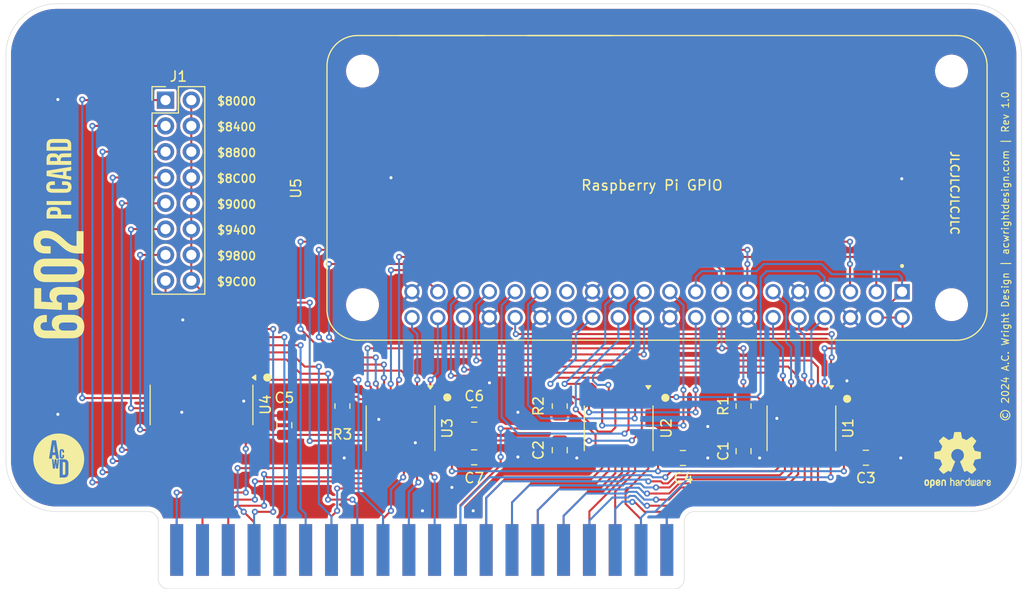
<source format=kicad_pcb>
(kicad_pcb (version 20241229) (generator "pcbnew") (generator_version "9.0")
  (title_block (title "6502 Pi Card") (date "2024-06-12") (rev "1.0") (company "A.C. Wright Design"))
  (layers (0 "F.Cu" signal) (2 "B.Cu" signal) (13 "F.Paste" user) (15 "B.Paste" user) (5 "F.SilkS" user "F.Silkscreen") (7 "B.SilkS" user "B.Silkscreen") (1 "F.Mask" user) (3 "B.Mask" user) (25 "Edge.Cuts" user))
  (net 0 "")
  (net 1 "GND")
  (net 2 "3V3")
  (net 3 "VCC")
  (net 4 "IRQB")
  (net 5 "NMIB")
  (net 6 "D2")
  (net 7 "A2")
  (net 8 "RESB")
  (net 9 "A9")
  (net 11 "A6")
  (net 12 "A1")
  (net 13 "RWB")
  (net 14 "A15")
  (net 15 "D0")
  (net 17 "A12")
  (net 20 "OE2_3V3")
  (net 21 "A0")
  (net 22 "A11")
  (net 23 "D1")
  (net 25 "A7")
  (net 26 "PHI2")
  (net 27 "D5")
  (net 28 "A14")
  (net 29 "A4")
  (net 30 "A3")
  (net 31 "D7")
  (net 32 "A8")
  (net 33 "A13")
  (net 34 "A10")
  (net 36 "D4")
  (net 37 "A5")
  (net 38 "D3")
  (net 39 "D6")
  (net 40 "OE1_3V3")
  (net 41 "A4_3V3")
  (net 42 "A6_3V3")
  (net 43 "A1_3V3")
  (net 44 "A2_3V3")
  (net 45 "A0_3V3")
  (net 46 "A3_3V3")
  (net 47 "A5_3V3")
  (net 48 "A7_3V3")
  (net 49 "D4_3V3")
  (net 50 "D1_3V3")
  (net 51 "D0_3V3")
  (net 52 "D5_3V3")
  (net 53 "D7_3V3")
  (net 54 "D2_3V3")
  (net 55 "D3_3V3")
  (net 56 "D6_3V3")
  (net 57 "A8_3V3")
  (net 58 "PHI2_3V3")
  (net 59 "A9_3V3")
  (net 60 "NMIB_3V3")
  (net 61 "IRQB_3V3")
  (net 62 "CSB")
  (net 63 "CSB_3V3")
  (net 64 "RWB_3V3")
  (net 65 "RESB_3V3")
  (net 66 "/$8400")
  (net 67 "/$9800")
  (net 68 "/$9400")
  (net 69 "/$8C00")
  (net 70 "/$9000")
  (net 71 "/$8800")
  (net 72 "/$8000")
  (net 73 "/$9C00")
  (footprint "Symbol:OSHW-Logo2_7.3x6mm_SilkScreen" (layer "F.Cu") (at 194.3 115.3)
    (property "Reference" "REF**" (hide yes))
    (property "Value" "OSHW-Logo2_7.3x6mm_SilkScreen" (hide yes))
  )
  (footprint "6502 Parts:Raspberry Pi Zero" (layer "F.Cu") (at 164.7 88.5 180)
    (property "Reference" "U5")
    (property "Value" "Raspberry Pi GPIO")
  )
  (footprint "Package_SO:TSSOP-20_4.4x6.5mm_P0.65mm" (layer "F.Cu") (at 160.92 112.175 -90)
    (property "Reference" "U2")
    (property "Value" "TXS0108EPW" (hide yes))
  )
  (footprint "Resistor_SMD:R_0805_2012Metric" (layer "F.Cu") (at 133.72 109.9875 -90)
    (property "Reference" "R3")
    (property "Value" "100K" (hide yes))
  )
  (footprint "Resistor_SMD:R_0805_2012Metric" (layer "F.Cu") (at 173.22 109.9875 -90)
    (property "Reference" "R1")
    (property "Value" "100K" (hide yes))
  )
  (footprint "Capacitor_SMD:C_0805_2012Metric" (layer "F.Cu") (at 155.12 114.325 -90)
    (property "Reference" "C2")
    (property "Value" "100nF" (hide yes))
  )
  (footprint "Resistor_SMD:R_0805_2012Metric" (layer "F.Cu") (at 155.12 109.9875 -90)
    (property "Reference" "R2")
    (property "Value" "100K" (hide yes))
  )
  (footprint "Package_SO:SOIC-16_3.9x9.9mm_P1.27mm" (layer "F.Cu") (at 119.845 109.875 -90)
    (property "Reference" "U4")
    (property "Value" "74HC138" (hide yes))
  )
  (footprint "Package_SO:TSSOP-20_4.4x6.5mm_P0.65mm" (layer "F.Cu") (at 178.92 112.175 -90)
    (property "Reference" "U1")
    (property "Value" "TXS0108EPW" (hide yes))
  )
  (footprint "Capacitor_SMD:C_0805_2012Metric" (layer "F.Cu") (at 185.27 115.075 180)
    (property "Reference" "C3")
    (property "Value" "100nF" (hide yes))
  )
  (footprint "Connector_PinHeader_2.54mm:PinHeader_2x08_P2.54mm_Vertical" (layer "F.Cu") (at 116.3 79.86)
    (property "Reference" "J1")
    (property "Value" "Conn_02x08_Odd_Even" (hide yes))
  )
  (footprint "A.C. Wright Logo:A.C. Wright Logo 5mm" (layer "F.Cu") (at 105.7841 115.1946)
    (property "Reference" "G***" (hide yes))
    (property "Value" "LOGO" (hide yes))
  )
  (footprint "Capacitor_SMD:C_0805_2012Metric" (layer "F.Cu") (at 128 111.875 90)
    (property "Reference" "C5")
    (property "Value" "100nF" (hide yes))
  )
  (footprint "Capacitor_SMD:C_0805_2012Metric" (layer "F.Cu") (at 167.25 115.1 180)
    (property "Reference" "C4")
    (property "Value" "100nF" (hide yes))
  )
  (footprint "6502 Parts:6502 Card Edge" (layer "F.Cu") (at 117.4 126.7)
    (property "Reference" "J2" (hide yes))
    (property "Value" "6502 Card Edge" (hide yes))
  )
  (footprint "Package_SO:TSSOP-20_4.4x6.5mm_P0.65mm" (layer "F.Cu") (at 139.445 112.175 -90)
    (property "Reference" "U3")
    (property "Value" "TXS0108EPW" (hide yes))
  )
  (footprint "6502 Logos:6502 Pi Card Logo 5mm" (layer "F.Cu") (at 105.80004 88.326 90)
    (property "Reference" "G***" (hide yes))
    (property "Value" "LOGO" (hide yes))
  )
  (footprint "Capacitor_SMD:C_0805_2012Metric" (layer "F.Cu") (at 146.695 115.0375 180)
    (property "Reference" "C7")
    (property "Value" "100nF" (hide yes))
  )
  (footprint "Capacitor_SMD:C_0805_2012Metric" (layer "F.Cu") (at 146.695 110.8375)
    (property "Reference" "C6")
    (property "Value" "100nF" (hide yes))
  )
  (footprint "Capacitor_SMD:C_0805_2012Metric" (layer "F.Cu") (at 173.22 114.425 -90)
    (property "Reference" "C1")
    (property "Value" "100nF" (hide yes))
  )
  (gr_circle (center 126.32 107.175) (end 126.52 107.175) (stroke (width 0.4)) (fill no) (layer "F.SilkS"))
  (gr_circle (center 144.045 109.1375) (end 144.245 109.1375) (stroke (width 0.4)) (fill no) (layer "F.SilkS"))
  (gr_circle (center 183.42 109.275) (end 183.62 109.275) (stroke (width 0.4)) (fill no) (layer "F.SilkS"))
  (gr_circle (center 165.52 109.175) (end 165.72 109.175) (stroke (width 0.4)) (fill no) (layer "F.SilkS"))
  (gr_arc (start 167.3841 121.3746) (mid 167.676993 120.667493) (end 168.3841 120.3746) (stroke (width 0.05)) (layer "Edge.Cuts"))
  (gr_line (start 200.5841 115.3746) (end 200.5841 75.3746) (stroke (width 0.05)) (layer "Edge.Cuts"))
  (gr_arc (start 105.5841 120.3746) (mid 102.048566 118.910134) (end 100.5841 115.3746) (stroke (width 0.05)) (layer "Edge.Cuts"))
  (gr_line (start 105.5841 120.3746) (end 114.5841 120.3746) (stroke (width 0.05)) (layer "Edge.Cuts"))
  (gr_line (start 168.3841 120.3746) (end 195.5841 120.3746) (stroke (width 0.05)) (layer "Edge.Cuts"))
  (gr_line (start 195.5841 70.3746) (end 105.5841 70.3746) (stroke (width 0.05)) (layer "Edge.Cuts"))
  (gr_arc (start 114.5841 120.3746) (mid 115.291207 120.667493) (end 115.5841 121.3746) (stroke (width 0.05)) (layer "Edge.Cuts"))
  (gr_line (start 167.3841 126.9946) (end 167.3841 121.3746) (stroke (width 0.05)) (layer "Edge.Cuts"))
  (gr_arc (start 200.5841 115.3746) (mid 199.119634 118.910134) (end 195.5841 120.3746) (stroke (width 0.05)) (layer "Edge.Cuts"))
  (gr_arc (start 100.5841 75.3746) (mid 102.048566 71.839066) (end 105.5841 70.3746) (stroke (width 0.05)) (layer "Edge.Cuts"))
  (gr_line (start 116.5841 127.9946) (end 166.3841 127.9946) (stroke (width 0.05)) (layer "Edge.Cuts"))
  (gr_line (start 100.5841 75.3746) (end 100.5841 115.3746) (stroke (width 0.05)) (layer "Edge.Cuts"))
  (gr_arc (start 116.5841 127.9946) (mid 115.876993 127.701707) (end 115.5841 126.9946) (stroke (width 0.05)) (layer "Edge.Cuts"))
  (gr_arc (start 167.3841 126.9946) (mid 167.091207 127.701707) (end 166.3841 127.9946) (stroke (width 0.05)) (layer "Edge.Cuts"))
  (gr_arc (start 195.5841 70.3746) (mid 199.119634 71.839066) (end 200.5841 75.3746) (stroke (width 0.05)) (layer "Edge.Cuts"))
  (gr_line (start 115.5841 121.3746) (end 115.5841 126.9946) (stroke (width 0.05)) (layer "Edge.Cuts"))
  (gr_text "© 2024 A.C. Wright Design | acwrightdesign.com | Rev 1.0" (at 199 95.25 90) (layer "F.SilkS") (effects (font (size 0.7 0.7) (thickness 0.1))))
  (gr_text "$9000" (at 123.3 90.13 0) (layer "F.SilkS") (effects (font (size 0.8 0.8))))
  (gr_text "$9800" (at 123.3 95.21 0) (layer "F.SilkS") (effects (font (size 0.8 0.8))))
  (gr_text "$9400" (at 123.3 92.67 0) (layer "F.SilkS") (effects (font (size 0.8 0.8))))
  (gr_text "JLCJLCJLCJLC" (at 194 89 270) (layer "F.SilkS") (effects (font (size 0.8 0.8))))
  (gr_text "$8400" (at 123.3 82.51 0) (layer "F.SilkS") (effects (font (size 0.8 0.8))))
  (gr_text "$8800" (at 123.3 85.05 0) (layer "F.SilkS") (effects (font (size 0.8 0.8))))
  (gr_text "$8C00" (at 123.3 87.59 0) (layer "F.SilkS") (effects (font (size 0.8 0.8))))
  (gr_text "$8000" (at 123.3 79.97 0) (layer "F.SilkS") (effects (font (size 0.8 0.8))))
  (gr_text "$9C00" (at 123.3 97.75 0) (layer "F.SilkS") (effects (font (size 0.8 0.8))))
  (segment (start 117.4 124.16) (end 117.4 120) (width 0.2) (layer "F.Cu") (net 1))
  (via (at 124 109.5) (size 0.6) (drill 0.3) (layers "F.Cu" "B.Cu") (net 1))
  (via (at 105.7 79.8) (size 0.6) (drill 0.3) (layers "F.Cu" "B.Cu") (net 1))
  (via (at 174.8 115.1) (size 0.6) (drill 0.3) (layers "F.Cu" "B.Cu") (net 1))
  (via (at 156.8 115.1) (size 0.6) (drill 0.3) (layers "F.Cu" "B.Cu") (net 1))
  (via (at 138.5 87.5) (size 0.6) (drill 0.3) (layers "F.Cu" "B.Cu") (net 1))
  (via (at 151 115) (size 0.6) (drill 0.3) (layers "F.Cu" "B.Cu") (net 1))
  (via (at 183.4 107.5) (size 0.6) (drill 0.3) (layers "F.Cu" "B.Cu") (net 1))
  (via (at 148.2 107.7) (size 0.6) (drill 0.3) (layers "F.Cu" "B.Cu") (net 1))
  (via (at 176.5 111.2) (size 0.6) (drill 0.3) (layers "F.Cu" "B.Cu") (net 1))
  (via (at 151 110.6) (size 0.6) (drill 0.3) (layers "F.Cu" "B.Cu") (net 1))
  (via (at 169.7 112) (size 0.6) (drill 0.3) (layers "F.Cu" "B.Cu") (net 1))
  (via (at 140.9 113.6) (size 0.6) (drill 0.3) (layers "F.Cu" "B.Cu") (net 1))
  (via (at 144.5 118) (size 0.6) (drill 0.3) (layers "F.Cu" "B.Cu") (net 1))
  (via (at 118 101.5) (size 0.6) (drill 0.3) (layers "F.Cu" "B.Cu") (net 1))
  (via (at 146.6 120.3) (size 0.6) (drill 0.3) (layers "F.Cu" "B.Cu") (net 1))
  (via (at 117.9 110.6) (size 0.6) (drill 0.3) (layers "F.Cu" "B.Cu") (net 1))
  (via (at 169.7 115.1) (size 0.6) (drill 0.3) (layers "F.Cu" "B.Cu") (net 1))
  (via (at 105.7 110.8) (size 0.6) (drill 0.3) (layers "F.Cu" "B.Cu") (net 1))
  (via (at 188.8 87.6) (size 0.6) (drill 0.3) (layers "F.Cu" "B.Cu") (net 1))
  (via (at 137.3 111.3) (size 0.6) (drill 0.3) (layers "F.Cu" "B.Cu") (net 1))
  (via (at 133.9 115.1) (size 0.6) (drill 0.3) (layers "F.Cu" "B.Cu") (net 1))
  (via (at 141.6 120.3) (size 0.6) (drill 0.3) (layers "F.Cu" "B.Cu") (net 1))
  (via (at 188.7 115.1) (size 0.6) (drill 0.3) (layers "F.Cu" "B.Cu") (net 1))
  (segment (start 165.66 124.16) (end 165.66 120.34) (width 0.2) (layer "B.Cu") (net 1))
  (segment (start 163.195 112.3) (end 163.195 109.3125) (width 0.2) (layer "F.Cu") (net 2))
  (segment (start 181.195 111.195) (end 181.195 109.3125) (width 0.2) (layer "F.Cu") (net 2))
  (segment (start 185 100.4) (end 185 102.2) (width 0.2) (layer "F.Cu") (net 2))
  (segment (start 187.56 100) (end 185.4 100) (width 0.2) (layer "F.Cu") (net 2))
  (segment (start 162.225 113.375) (end 163.2 112.4) (width 0.2) (layer "F.Cu") (net 2))
  (segment (start 145.745 110.8375) (end 142.0375 110.8375) (width 0.2) (layer "F.Cu") (net 2))
  (segment (start 165.475 113.475) (end 164.4 112.4) (width 0.2) (layer "F.Cu") (net 2))
  (segment (start 163.295 112.4) (end 163.195 112.3) (width 0.2) (layer "F.Cu") (net 2))
  (segment (start 155.12 113.375) (end 157.975 113.375) (width 0.2) (layer "F.Cu") (net 2))
  (segment (start 173.22 112.78) (end 173.6 112.4) (width 0.2) (layer "F.Cu") (net 2))
  (segment (start 180 112.4) (end 181.2 111.2) (width 0.2) (layer "F.Cu") (net 2))
  (segment (start 141.72 110.52) (end 141.72 109.3125) (width 0.2) (layer "F.Cu") (net 2))
  (segment (start 181.195 109.3125) (end 181.195 107.605) (width 0.2) (layer "F.Cu") (net 2))
  (segment (start 181.195 107.605) (end 181.2 107.6) (width 0.2) (layer "F.Cu") (net 2))
  (segment (start 173.6 112.4) (end 180 112.4) (width 0.2) (layer "F.Cu") (net 2))
  (segment (start 182.9 104.3) (end 185 102.2) (width 0.2) (layer "F.Cu") (net 2))
  (segment (start 157.975 113.375) (end 158 113.4) (width 0.2) (layer "F.Cu") (net 2))
  (segment (start 163.195 112.395) (end 163.195 112.3) (width 0.2) (layer "F.Cu") (net 2))
  (segment (start 142.0375 110.8375) (end 141.72 110.52) (width 0.2) (layer "F.Cu") (net 2))
  (segment (start 146.575 113.375) (end 145.745 112.545) (width 0.2) (layer "F.Cu") (net 2))
  (segment (start 181.2 111.2) (end 181.195 111.195) (width 0.2) (layer "F.Cu") (net 2))
  (segment (start 155.12 113.375) (end 146.575 113.375) (width 0.2) (layer "F.Cu") (net 2))
  (segment (start 185.4 100) (end 185 100.4) (width 0.2) (layer "F.Cu") (net 2))
  (segment (start 181.2 104.3) (end 182.9 104.3) (width 0.2) (layer "F.Cu") (net 2))
  (segment (start 173.22 113.475) (end 173.22 112.78) (width 0.2) (layer "F.Cu") (net 2))
  (segment (start 188.83 98.73) (end 187.56 100) (width 0.2) (layer "F.Cu") (net 2))
  (segment (start 164.4 112.4) (end 163.295 112.4) (width 0.2) (layer "F.Cu") (net 2))
  (segment (start 163.2 112.4) (end 163.195 112.395) (width 0.2) (layer "F.Cu") (net 2))
  (segment (start 145.745 112.545) (end 145.745 110.8375) (width 0.2) (layer "F.Cu") (net 2))
  (segment (start 173.22 113.475) (end 165.475 113.475) (width 0.2) (layer "F.Cu") (net 2))
  (via (at 158 113.4) (size 0.6) (drill 0.3) (layers "F.Cu" "B.Cu") (net 2))
  (via (at 162.225 113.375) (size 0.6) (drill 0.3) (layers "F.Cu" "B.Cu") (net 2))
  (via (at 181.2 107.6) (size 0.6) (drill 0.3) (layers "F.Cu" "B.Cu") (net 2))
  (via (at 181.2 104.3) (size 0.6) (drill 0.3) (layers "F.Cu" "B.Cu") (net 2))
  (segment (start 168.51 98.73) (end 168.51 97.29) (width 0.2) (layer "B.Cu") (net 2))
  (segment (start 180.9 96) (end 181.9 97) (width 0.2) (layer "B.Cu") (net 2))
  (segment (start 175.2 96) (end 180.9 96) (width 0.2) (layer "B.Cu") (net 2))
  (segment (start 188.8 97.3) (end 188.8 97.5) (width 0.2) (layer "B.Cu") (net 2))
  (segment (start 188.8 97.5) (end 188.83 97.53) (width 0.2) (layer "B.Cu") (net 2))
  (segment (start 174.5 96.7) (end 175.2 96) (width 0.2) (layer "B.Cu") (net 2))
  (segment (start 188.5 97) (end 188.8 97.3) (width 0.2) (layer "B.Cu") (net 2))
  (segment (start 162.2 113.4) (end 162.225 113.375) (width 0.2) (layer "B.Cu") (net 2))
  (segment (start 188.83 97.53) (end 188.83 98.73) (width 0.2) (layer "B.Cu") (net 2))
  (segment (start 158 113.4) (end 162.2 113.4) (width 0.2) (layer "B.Cu") (net 2))
  (segment (start 168.51 97.29) (end 169.1 96.7) (width 0.2) (layer "B.Cu") (net 2))
  (segment (start 169.1 96.7) (end 174.5 96.7) (width 0.2) (layer "B.Cu") (net 2))
  (segment (start 181.9 97) (end 188.5 97) (width 0.2) (layer "B.Cu") (net 2))
  (segment (start 181.2 107.6) (end 181.2 104.3) (width 0.2) (layer "B.Cu") (net 2))
  (segment (start 145.745 115.0375) (end 144.5 115.0375) (width 0.2) (layer "F.Cu") (net 3))
  (segment (start 181.6 113.7) (end 182.7 113.7) (width 0.2) (layer "F.Cu") (net 3))
  (segment (start 164.8 116.4) (end 164.8 115.1) (width 0.2) (layer "F.Cu") (net 3))
  (segment (start 184.32 116.98) (end 182 119.3) (width 0.2) (layer "F.Cu") (net 3))
  (segment (start 165.66 120.84) (end 165.66 124.16) (width 0.2) (layer "F.Cu") (net 3))
  (segment (start 182 119.3) (end 167.7 119.3) (width 0.2) (layer "F.Cu") (net 3))
  (segment (start 124.29 113.61) (end 124.29 112.35) (width 0.2) (layer "F.Cu") (net 3))
  (segment (start 144.5 115.0375) (end 144.4375 115.0375) (width 0.2) (layer "F.Cu") (net 3))
  (segment (start 184.32 110.68) (end 188.9 106.1) (width 0.2) (layer "F.Cu") (net 3))
  (segment (start 163.7 113.7) (end 164.5 113.7) (width 0.2) (layer "F.Cu") (net 3))
  (segment (start 188.88 101.32) (end 188.83 101.27) (width 0.2) (layer "F.Cu") (net 3))
  (segment (start 166.4 120.6) (end 165.9 120.6) (width 0.2) (layer "F.Cu") (net 3))
  (segment (start 165.9 120.6) (end 165.66 120.84) (width 0.2) (layer "F.Cu") (net 3))
  (segment (start 163.195 115.0375) (end 163.195 114.205) (width 0.2) (layer "F.Cu") (net 3))
  (segment (start 164.8 114) (end 164.8 115.1) (width 0.2) (layer "F.Cu") (net 3))
  (segment (start 141.72 113.32) (end 141.72 115.0375) (width 0.2) (layer "F.Cu") (net 3))
  (segment (start 124.2 113.7) (end 124.29 113.61) (width 0.2) (layer "F.Cu") (net 3))
  (segment (start 184.32 115.075) (end 184.32 116.98) (width 0.2) (layer "F.Cu") (net 3))
  (segment (start 167.7 119.3) (end 166.4 120.6) (width 0.2) (layer "F.Cu") (net 3))
  (segment (start 188.83 101.27) (end 186.29 101.27) (width 0.2) (layer "F.Cu") (net 3))
  (segment (start 144.5 116.4) (end 144.5 115.0375) (width 0.2) (layer "F.Cu") (net 3))
  (segment (start 117.4 118.5) (end 124.2 118.5) (width 0.2) (layer "F.Cu") (net 3))
  (segment (start 163.195 114.205) (end 163.7 113.7) (width 0.2) (layer "F.Cu") (net 3))
  (segment (start 188.9 106.1) (end 188.88 106.08) (width 0.2) (layer "F.Cu") (net 3))
  (segment (start 181.195 114.105) (end 181.6 113.7) (width 0.2) (layer "F.Cu") (net 3))
  (segment (start 126.05 112.35) (end 126.525 112.825) (width 0.2) (layer "F.Cu") (net 3))
  (segment (start 183.1 116.4) (end 183.1 115.075) (width 0.2) (layer "F.Cu") (net 3))
  (segment (start 182.7 113.7) (end 183.1 114.1) (width 0.2) (layer "F.Cu") (net 3))
  (segment (start 164.8 115.1) (end 166.3 115.1) (width 0.2) (layer "F.Cu") (net 3))
  (segment (start 124.29 112.35) (end 126.05 112.35) (width 0.2) (layer "F.Cu") (net 3))
  (segment (start 181.195 115.0375) (end 181.195 114.105) (width 0.2) (layer "F.Cu") (net 3))
  (segment (start 164.5 113.7) (end 164.8 114) (width 0.2) (layer "F.Cu") (net 3))
  (segment (start 141.225 112.825) (end 141.72 113.32) (width 0.2) (layer "F.Cu") (net 3))
  (segment (start 144.4375 115.0375) (end 143.1 113.7) (width 0.2) (layer "F.Cu") (net 3))
  (segment (start 183.1 114.1) (end 183.1 115.075) (width 0.2) (layer "F.Cu") (net 3))
  (segment (start 183.1 115.075) (end 184.32 115.075) (width 0.2) (layer "F.Cu") (net 3))
  (segment (start 188.88 106.08) (end 188.88 101.32) (width 0.2) (layer "F.Cu") (net 3))
  (segment (start 126.525 112.825) (end 141.225 112.825) (width 0.2) (layer "F.Cu") (net 3))
  (segment (start 184.32 115.075) (end 184.32 110.68) (width 0.2) (layer "F.Cu") (net 3))
  (segment (start 143.1 113.7) (end 141.72 113.7) (width 0.2) (layer "F.Cu") (net 3))
  (segment (start 124.2 114.2) (end 124.2 113.7) (width 0.2) (layer "F.Cu") (net 3))
  (via (at 124.2 114.2) (size 0.6) (drill 0.3) (layers "F.Cu" "B.Cu") (net 3))
  (via (at 144.5 116.4) (size 0.6) (drill 0.3) (layers "F.Cu" "B.Cu") (net 3))
  (via (at 117.4 118.5) (size 0.6) (drill 0.3) (layers "F.Cu" "B.Cu") (net 3))
  (via (at 183.1 116.4) (size 0.6) (drill 0.3) (layers "F.Cu" "B.Cu") (net 3))
  (via (at 124.2 118.5) (size 0.6) (drill 0.3) (layers "F.Cu" "B.Cu") (net 3))
  (via (at 164.8 116.4) (size 0.6) (drill 0.3) (layers "F.Cu" "B.Cu") (net 3))
  (segment (start 117.4 118.5) (end 117.4 124.16) (width 0.2) (layer "B.Cu") (net 3))
  (segment (start 166.4 116.4) (end 164.8 116.4) (width 0.2) (layer "B.Cu") (net 3))
  (segment (start 183.1 116.4) (end 166.4 116.4) (width 0.2) (layer "B.Cu") (net 3))
  (segment (start 164.8 116.4) (end 144.5 116.4) (width 0.2) (layer "B.Cu") (net 3))
  (segment (start 124.2 118.5) (end 124.2 114.2) (width 0.2) (layer "B.Cu") (net 3))
  (segment (start 126 116.7) (end 126.3 117) (width 0.2) (layer "F.Cu") (net 4))
  (segment (start 122.48 120.62) (end 122.48 124.16) (width 0.2) (layer "F.Cu") (net 4))
  (segment (start 126.3 117) (end 133.514214 117) (width 0.2) (layer "F.Cu") (net 4))
  (segment (start 136.8 117.1) (end 137.82 116.08) (width 0.2) (layer "F.Cu") (net 4))
  (segment (start 133.514214 117) (end 133.614214 117.1) (width 0.2) (layer "F.Cu") (net 4))
  (segment (start 126 119.8) (end 123.3 119.8) (width 0.2) (layer "F.Cu") (net 4))
  (segment (start 133.614214 117.1) (end 136.8 117.1) (width 0.2) (layer "F.Cu") (net 4))
  (segment (start 123.3 119.8) (end 122.48 120.62) (width 0.2) (layer "F.Cu") (net 4))
  (segment (start 137.82 116.08) (end 137.82 115.0375) (width 0.2) (layer "F.Cu") (net 4))
  (via (at 126 119.8) (size 0.6) (drill 0.3) (layers "F.Cu" "B.Cu") (net 4))
  (via (at 126 116.7) (size 0.6) (drill 0.3) (layers "F.Cu" "B.Cu") (net 4))
  (segment (start 126 116.7) (end 126 119.8) (width 0.2) (layer "B.Cu") (net 4))
  (segment (start 136.6 116.6) (end 133.6799 116.6) (width 0.2) (layer "F.Cu") (net 5))
  (segment (start 125.02 121.42) (end 125.02 124.16) (width 0.2) (layer "F.Cu") (net 5))
  (segment (start 124 120.4) (end 125.02 121.42) (width 0.2) (layer "F.Cu") (net 5))
  (segment (start 137.17 116.03) (end 136.6 116.6) (width 0.2) (layer "F.Cu") (net 5))
  (segment (start 137.17 115.0375) (end 137.17 116.03) (width 0.2) (layer "F.Cu") (net 5))
  (segment (start 133.1799 116.1) (end 123.4 116.1) (width 0.2) (layer "F.Cu") (net 5))
  (segment (start 133.6799 116.6) (end 133.1799 116.1) (width 0.2) (layer "F.Cu") (net 5))
  (via (at 124 120.4) (size 0.6) (drill 0.3) (layers "F.Cu" "B.Cu") (net 5))
  (via (at 123.4 116.1) (size 0.6) (drill 0.3) (layers "F.Cu" "B.Cu") (net 5))
  (segment (start 123.4 116.1) (end 123.4 119.8) (width 0.2) (layer "B.Cu") (net 5))
  (segment (start 123.4 119.8) (end 124 120.4) (width 0.2) (layer "B.Cu") (net 5))
  (segment (start 161.895 115.0375) (end 161.895 116.505) (width 0.2) (layer "F.Cu") (net 6))
  (segment (start 161.895 116.505) (end 158.04 120.36) (width 0.2) (layer "F.Cu") (net 6))
  (segment (start 158.04 120.36) (end 158.04 124.16) (width 0.2) (layer "F.Cu") (net 6))
  (segment (start 179.895 117.405) (end 179.895 115.0375) (width 0.2) (layer "F.Cu") (net 7))
  (segment (start 165.826817 119.8) (end 167.226817 118.4) (width 0.2) (layer "F.Cu") (net 7))
  (segment (start 167.226817 118.4) (end 178.9 118.4) (width 0.2) (layer "F.Cu") (net 7))
  (segment (start 163.72 119.8) (end 165.826817 119.8) (width 0.2) (layer "F.Cu") (net 7))
  (segment (start 178.9 118.4) (end 179.895 117.405) (width 0.2) (layer "F.Cu") (net 7))
  (via (at 163.72 119.8) (size 0.6) (drill 0.3) (layers "F.Cu" "B.Cu") (net 7))
  (segment (start 160.3 119) (end 158.04 121.26) (width 0.2) (layer "B.Cu") (net 7))
  (segment (start 158.04 121.26) (end 158.04 124.16) (width 0.2) (layer "B.Cu") (net 7))
  (segment (start 161.851471 119) (end 160.3 119) (width 0.2) (layer "B.Cu") (net 7))
  (segment (start 163.72 119.8) (end 163.485785 119.8) (width 0.2) (layer "B.Cu") (net 7))
  (segment (start 163.485785 119.8) (end 162.517157 118.831372) (width 0.2) (layer "B.Cu") (net 7))
  (segment (start 162.517157 118.831372) (end 162.020099 118.831372) (width 0.2) (layer "B.Cu") (net 7))
  (segment (start 162.020099 118.831372) (end 161.851471 119) (width 0.2) (layer "B.Cu") (net 7))
  (segment (start 133.548529 117.6) (end 137.2 117.6) (width 0.2) (layer "F.Cu") (net 8))
  (segment (start 119.94 120.26) (end 119.94 124.16) (width 0.2) (layer "F.Cu") (net 8))
  (segment (start 125.1 117.4) (end 133.348529 117.4) (width 0.2) (layer "F.Cu") (net 8))
  (segment (start 138.47 116.33) (end 138.47 115.0375) (width 0.2) (layer "F.Cu") (net 8))
  (segment (start 125.1 119.2) (end 121 119.2) (width 0.2) (layer "F.Cu") (net 8))
  (segment (start 137.2 117.6) (end 138.47 116.33) (width 0.2) (layer "F.Cu") (net 8))
  (segment (start 121 119.2) (end 119.94 120.26) (width 0.2) (layer "F.Cu") (net 8))
  (segment (start 133.348529 117.4) (end 133.548529 117.6) (width 0.2) (layer "F.Cu") (net 8))
  (via (at 125.1 119.2) (size 0.6) (drill 0.3) (layers "F.Cu" "B.Cu") (net 8))
  (via (at 125.1 117.4) (size 0.6) (drill 0.3) (layers "F.Cu" "B.Cu") (net 8))
  (segment (start 125.1 117.4) (end 125.1 119.2) (width 0.2) (layer "B.Cu") (net 8))
  (segment (start 141.07 117.37) (end 141.07 115.0375) (width 0.2) (layer "F.Cu") (net 9))
  (segment (start 141.2 117.5) (end 141.07 117.37) (width 0.2) (layer "F.Cu") (net 9))
  (via (at 141.2 117.5) (size 0.6) (drill 0.3) (layers "F.Cu" "B.Cu") (net 9))
  (segment (start 140.26 118.44) (end 140.26 124.16) (width 0.2) (layer "B.Cu") (net 9))
  (segment (start 141.2 117.5) (end 140.26 118.44) (width 0.2) (layer "B.Cu") (net 9))
  (segment (start 165.067015 117.4) (end 165.267015 117.6) (width 0.2) (layer "F.Cu") (net 11))
  (segment (start 166.564073 116.8) (end 176.79 116.8) (width 0.2) (layer "F.Cu") (net 11))
  (segment (start 163.85 117.4) (end 165.067015 117.4) (width 0.2) (layer "F.Cu") (net 11))
  (segment (start 165.764073 117.6) (end 166.564073 116.8) (width 0.2) (layer "F.Cu") (net 11))
  (segment (start 165.267015 117.6) (end 165.764073 117.6) (width 0.2) (layer "F.Cu") (net 11))
  (segment (start 177.295 116.295) (end 177.295 115.0375) (width 0.2) (layer "F.Cu") (net 11))
  (segment (start 176.79 116.8) (end 177.295 116.295) (width 0.2) (layer "F.Cu") (net 11))
  (via (at 163.85 117.4) (size 0.6) (drill 0.3) (layers "F.Cu" "B.Cu") (net 11))
  (segment (start 161.357356 117.231372) (end 161.188728 117.4) (width 0.2) (layer "B.Cu") (net 11))
  (segment (start 163.681372 117.231372) (end 161.357356 117.231372) (width 0.2) (layer "B.Cu") (net 11))
  (segment (start 149.5 117.4) (end 147.88 119.02) (width 0.2) (layer "B.Cu") (net 11))
  (segment (start 161.188728 117.4) (end 149.5 117.4) (width 0.2) (layer "B.Cu") (net 11))
  (segment (start 147.88 119.02) (end 147.88 124.16) (width 0.2) (layer "B.Cu") (net 11))
  (segment (start 163.85 117.4) (end 163.681372 117.231372) (width 0.2) (layer "B.Cu") (net 11))
  (segment (start 165.534314 120.4) (end 165.734314 120.2) (width 0.2) (layer "F.Cu") (net 12))
  (segment (start 163.471471 120.4) (end 165.534314 120.4) (width 0.2) (layer "F.Cu") (net 12))
  (segment (start 167.392503 118.8) (end 179.3 118.8) (width 0.2) (layer "F.Cu") (net 12))
  (segment (start 162.268628 119.431372) (end 162.502843 119.431372) (width 0.2) (layer "F.Cu") (net 12))
  (segment (start 165.734314 120.2) (end 165.992503 120.2) (width 0.2) (layer "F.Cu") (net 12))
  (segment (start 162.502843 119.431372) (end 163.471471 120.4) (width 0.2) (layer "F.Cu") (net 12))
  (segment (start 179.3 118.8) (end 180.545 117.555) (width 0.2) (layer "F.Cu") (net 12))
  (segment (start 165.992503 120.2) (end 167.392503 118.8) (width 0.2) (layer "F.Cu") (net 12))
  (segment (start 180.545 117.555) (end 180.545 115.0375) (width 0.2) (layer "F.Cu") (net 12))
  (via (at 162.268628 119.431372) (size 0.6) (drill 0.3) (layers "F.Cu" "B.Cu") (net 12))
  (segment (start 161.3 119.4) (end 160.58 120.12) (width 0.2) (layer "B.Cu") (net 12))
  (segment (start 162.237256 119.4) (end 161.3 119.4) (width 0.2) (layer "B.Cu") (net 12))
  (segment (start 162.268628 119.431372) (end 162.237256 119.4) (width 0.2) (layer "B.Cu") (net 12))
  (segment (start 160.58 120.12) (end 160.58 124.16) (width 0.2) (layer "B.Cu") (net 12))
  (segment (start 137.6 118.1) (end 139.12 116.58) (width 0.2) (layer "F.Cu") (net 13))
  (segment (start 132.64 120.86) (end 133.2 120.3) (width 0.2) (layer "F.Cu") (net 13))
  (segment (start 133.2 118.1) (end 137.6 118.1) (width 0.2) (layer "F.Cu") (net 13))
  (segment (start 139.12 116.58) (end 139.12 115.0375) (width 0.2) (layer "F.Cu") (net 13))
  (segment (start 132.64 124.16) (end 132.64 120.86) (width 0.2) (layer "F.Cu") (net 13))
  (via (at 133.2 120.3) (size 0.6) (drill 0.3) (layers "F.Cu" "B.Cu") (net 13))
  (via (at 133.2 118.1) (size 0.6) (drill 0.3) (layers "F.Cu" "B.Cu") (net 13))
  (segment (start 133.2 120.3) (end 133.2 118.1) (width 0.2) (layer "B.Cu") (net 13))
  (segment (start 117.94 104.96) (end 117.94 107.4) (width 0.2) (layer "F.Cu") (net 14))
  (segment (start 126.9 120.4) (end 125.1 120.4) (width 0.2) (layer "F.Cu") (net 14))
  (segment (start 126.9 102.4) (end 120.5 102.4) (width 0.2) (layer "F.Cu") (net 14))
  (segment (start 120.5 102.4) (end 117.94 104.96) (width 0.2) (layer "F.Cu") (net 14))
  (via (at 126.9 102.4) (size 0.6) (drill 0.3) (layers "F.Cu" "B.Cu") (net 14))
  (via (at 126.9 120.4) (size 0.6) (drill 0.3) (layers "F.Cu" "B.Cu") (net 14))
  (via (at 125.1 120.4) (size 0.6) (drill 0.3) (layers "F.Cu" "B.Cu") (net 14))
  (segment (start 126.9 120.4) (end 126.9 102.4) (width 0.2) (layer "B.Cu") (net 14))
  (segment (start 125.1 120.4) (end 125.02 120.48) (width 0.2) (layer "B.Cu") (net 14))
  (segment (start 125.02 120.48) (end 125.02 124.16) (width 0.2) (layer "B.Cu") (net 14))
  (segment (start 163.12 121.131273) (end 161.6 119.611273) (width 0.2) (layer "F.Cu") (net 15))
  (segment (start 163.845 116.155) (end 163.845 115.0375) (width 0.2) (layer "F.Cu") (net 15))
  (segment (start 161.6 118.4) (end 163.845 116.155) (width 0.2) (layer "F.Cu") (net 15))
  (segment (start 161.6 119.611273) (end 161.6 118.4) (width 0.2) (layer "F.Cu") (net 15))
  (segment (start 163.12 124.16) (end 163.12 121.131273) (width 0.2) (layer "F.Cu") (net 15))
  (segment (start 122.4 104.7) (end 121.75 105.35) (width 0.2) (layer "F.Cu") (net 17))
  (segment (start 130 106.1) (end 128.6 104.7) (width 0.2) (layer "F.Cu") (net 17))
  (segment (start 128.6 104.7) (end 122.4 104.7) (width 0.2) (layer "F.Cu") (net 17))
  (segment (start 131.4 106.1) (end 130 106.1) (width 0.2) (layer "F.Cu") (net 17))
  (segment (start 121.75 105.35) (end 121.75 107.4) (width 0.2) (layer "F.Cu") (net 17))
  (via (at 131.4 106.1) (size 0.6) (drill 0.3) (layers "F.Cu" "B.Cu") (net 17))
  (segment (start 131.4 119.6) (end 132.64 120.84) (width 0.2) (layer "B.Cu") (net 17))
  (segment (start 131.4 106.1) (end 131.4 119.6) (width 0.2) (layer "B.Cu") (net 17))
  (segment (start 132.64 120.84) (end 132.64 124.16) (width 0.2) (layer "B.Cu") (net 17))
  (segment (start 173.22 109.075) (end 173.22 107.62) (width 0.2) (layer "F.Cu") (net 20))
  (segment (start 135.4125 109.3125) (end 136.52 109.3125) (width 0.2) (layer "F.Cu") (net 20))
  (segment (start 173.22 107.62) (end 173.2 107.6) (width 0.2) (layer "F.Cu") (net 20))
  (segment (start 136.2 104.3) (end 171.1 104.3) (width 0.2) (layer "F.Cu") (net 20))
  (segment (start 136.2 107.8) (end 136.52 108.12) (width 0.2) (layer "F.Cu") (net 20))
  (segment (start 173.22 109.075) (end 174.575 109.075) (width 0.2) (layer "F.Cu") (net 20))
  (segment (start 174.575 109.075) (end 174.8125 109.3125) (width 0.2) (layer "F.Cu") (net 20))
  (segment (start 173.2 104.3) (end 171.1 104.3) (width 0.2) (layer "F.Cu") (net 20))
  (segment (start 174.8125 109.3125) (end 175.995 109.3125) (width 0.2) (layer "F.Cu") (net 20))
  (segment (start 136.52 108.12) (end 136.52 109.3125) (width 0.2) (layer "F.Cu") (net 20))
  (segment (start 135.175 109.075) (end 135.4125 109.3125) (width 0.2) (layer "F.Cu") (net 20))
  (segment (start 133.72 109.075) (end 135.175 109.075) (width 0.2) (layer "F.Cu") (net 20))
  (via (at 136.2 107.8) (size 0.6) (drill 0.3) (layers "F.Cu" "B.Cu") (net 20))
  (via (at 173.2 104.3) (size 0.6) (drill 0.3) (layers "F.Cu" "B.Cu") (net 20))
  (via (at 136.2 104.3) (size 0.6) (drill 0.3) (layers "F.Cu" "B.Cu") (net 20))
  (via (at 173.2 107.6) (size 0.6) (drill 0.3) (layers "F.Cu" "B.Cu") (net 20))
  (via (at 171.1 104.3) (size 0.6) (drill 0.3) (layers "F.Cu" "B.Cu") (net 20))
  (segment (start 173.2 107.1) (end 173.2 104.3) (width 0.2) (layer "B.Cu") (net 20))
  (segment (start 136.2 104.3) (end 136.2 107.8) (width 0.2) (layer "B.Cu") (net 20))
  (segment (start 173.2 107.6) (end 173.2 107.1) (width 0.2) (layer "B.Cu") (net 20))
  (segment (start 171.05 104.25) (end 171.05 101.27) (width 0.2) (layer "B.Cu") (net 20))
  (segment (start 171.1 104.3) (end 171.05 104.25) (width 0.2) (layer "B.Cu") (net 20))
  (segment (start 181.8 117) (end 181.8 115.0825) (width 0.2) (layer "F.Cu") (net 21))
  (segment (start 181.8 115.0825) (end 181.845 115.0375) (width 0.2) (layer "F.Cu") (net 21))
  (via (at 181.8 117) (size 0.6) (drill 0.3) (layers "F.Cu" "B.Cu") (net 21))
  (segment (start 163.7 120.4) (end 164.5 120.4) (width 0.2) (layer "B.Cu") (net 21))
  (segment (start 164.5 120.4) (end 167.9 117) (width 0.2) (layer "B.Cu") (net 21))
  (segment (start 167.9 117) (end 181.8 117) (width 0.2) (layer "B.Cu") (net 21))
  (segment (start 163.12 124.16) (end 163.12 120.98) (width 0.2) (layer "B.Cu") (net 21))
  (segment (start 163.12 120.98) (end 163.7 120.4) (width 0.2) (layer "B.Cu") (net 21))
  (segment (start 132.3 106.8) (end 129.6 106.8) (width 0.2) (layer "F.Cu") (net 22))
  (segment (start 134.7 119.2) (end 132.3 119.2) (width 0.2) (layer "F.Cu") (net 22))
  (segment (start 123.02 105.88) (end 123.02 107.4) (width 0.2) (layer "F.Cu") (net 22))
  (segment (start 128.2 105.4) (end 123.5 105.4) (width 0.2) (layer "F.Cu") (net 22))
  (segment (start 129.6 106.8) (end 128.2 105.4) (width 0.2) (layer "F.Cu") (net 22))
  (segment (start 123.5 105.4) (end 123.02 105.88) (width 0.2) (layer "F.Cu") (net 22))
  (via (at 134.7 119.2) (size 0.6) (drill 0.3) (layers "F.Cu" "B.Cu") (net 22))
  (via (at 132.3 106.8) (size 0.6) (drill 0.3) (layers "F.Cu" "B.Cu") (net 22))
  (via (at 132.3 119.2) (size 0.6) (drill 0.3) (layers "F.Cu" "B.Cu") (net 22))
  (segment (start 135.18 119.68) (end 134.7 119.2) (width 0.2) (layer "B.Cu") (net 22))
  (segment (start 135.18 124.16) (end 135.18 119.68) (width 0.2) (layer "B.Cu") (net 22))
  (segment (start 132.3 119.2) (end 132.3 106.8) (width 0.2) (layer "B.Cu") (net 22))
  (segment (start 162.545 115.0375) (end 162.545 116.455) (width 0.2) (layer "F.Cu") (net 23))
  (segment (start 160.58 118.42) (end 160.58 124.16) (width 0.2) (layer "F.Cu") (net 23))
  (segment (start 162.545 116.455) (end 160.58 118.42) (width 0.2) (layer "F.Cu") (net 23))
  (segment (start 176.3 116.4) (end 176.645 116.055) (width 0.2) (layer "F.Cu") (net 25))
  (segment (start 165.515544 117) (end 166.115544 116.4) (width 0.2) (layer "F.Cu") (net 25))
  (segment (start 176.645 116.055) (end 176.645 115.0375) (width 0.2) (layer "F.Cu") (net 25))
  (segment (start 166.115544 116.4) (end 176.3 116.4) (width 0.2) (layer "F.Cu") (net 25))
  (via (at 165.515544 117) (size 0.6) (drill 0.3) (layers "F.Cu" "B.Cu") (net 25))
  (segment (start 164.098529 116.8) (end 161.223043 116.8) (width 0.2) (layer "B.Cu") (net 25))
  (segment (start 165.515544 117) (end 164.298529 117) (width 0.2) (layer "B.Cu") (net 25))
  (segment (start 148.2 117) (end 145.34 119.86) (width 0.2) (layer "B.Cu") (net 25))
  (segment (start 164.298529 117) (end 164.098529 116.8) (width 0.2) (layer "B.Cu") (net 25))
  (segment (start 145.34 119.86) (end 145.34 124.16) (width 0.2) (layer "B.Cu") (net 25))
  (segment (start 161.023043 117) (end 148.2 117) (width 0.2) (layer "B.Cu") (net 25))
  (segment (start 161.223043 116.8) (end 161.023043 117) (width 0.2) (layer "B.Cu") (net 25))
  (segment (start 137.72 124.16) (end 137.72 121.08) (width 0.2) (layer "F.Cu") (net 26))
  (segment (start 139.77 116.93) (end 139.77 115.0375) (width 0.2) (layer "F.Cu") (net 26))
  (segment (start 139.7 117) (end 139.77 116.93) (width 0.2) (layer "F.Cu") (net 26))
  (segment (start 137.72 121.08) (end 138.5 120.3) (width 0.2) (layer "F.Cu") (net 26))
  (via (at 138.5 120.3) (size 0.6) (drill 0.3) (layers "F.Cu" "B.Cu") (net 26))
  (via (at 139.7 117) (size 0.6) (drill 0.3) (layers "F.Cu" "B.Cu") (net 26))
  (segment (start 139.7 117) (end 138.5 118.2) (width 0.2) (layer "B.Cu") (net 26))
  (segment (start 138.5 118.2) (end 138.5 120.3) (width 0.2) (layer "B.Cu") (net 26))
  (segment (start 152.3 117.6) (end 150.42 119.48) (width 0.2) (layer "F.Cu") (net 27))
  (segment (start 159.945 115.0375) (end 159.945 116.355) (width 0.2) (layer "F.Cu") (net 27))
  (segment (start 159.945 116.355) (end 158.7 117.6) (width 0.2) (layer "F.Cu") (net 27))
  (segment (start 158.7 117.6) (end 152.3 117.6) (width 0.2) (layer "F.Cu") (net 27))
  (segment (start 150.42 119.48) (end 150.42 124.16) (width 0.2) (layer "F.Cu") (net 27))
  (segment (start 121.2 103.2) (end 119.21 105.19) (width 0.2) (layer "F.Cu") (net 28))
  (segment (start 119.21 105.19) (end 119.21 107.4) (width 0.2) (layer "F.Cu") (net 28))
  (segment (start 128 103.2) (end 121.2 103.2) (width 0.2) (layer "F.Cu") (net 28))
  (via (at 128 103.2) (size 0.6) (drill 0.3) (layers "F.Cu" "B.Cu") (net 28))
  (segment (start 128 120.6) (end 128 120.3) (width 0.2) (layer "B.Cu") (net 28))
  (segment (start 128 120.3) (end 128 103.2) (width 0.2) (layer "B.Cu") (net 28))
  (segment (start 127.56 121.04) (end 128 120.6) (width 0.2) (layer "B.Cu") (net 28))
  (segment (start 127.56 124.16) (end 127.56 121.04) (width 0.2) (layer "B.Cu") (net 28))
  (segment (start 178.595 116.705) (end 178.595 115.0375) (width 0.2) (layer "F.Cu") (net 29))
  (segment (start 163.72 118.6) (end 165.895445 118.6) (width 0.2) (layer "F.Cu") (net 29))
  (segment (start 166.895445 117.6) (end 177.7 117.6) (width 0.2) (layer "F.Cu") (net 29))
  (segment (start 177.7 117.6) (end 178.595 116.705) (width 0.2) (layer "F.Cu") (net 29))
  (segment (start 165.895445 118.6) (end 166.895445 117.6) (width 0.2) (layer "F.Cu") (net 29))
  (via (at 163.72 118.6) (size 0.6) (drill 0.3) (layers "F.Cu" "B.Cu") (net 29))
  (segment (start 155 118.2) (end 152.96 120.24) (width 0.2) (layer "B.Cu") (net 29))
  (segment (start 163.485785 118.6) (end 162.917157 118.031372) (width 0.2) (layer "B.Cu") (net 29))
  (segment (start 162.917157 118.031372) (end 161.688728 118.031372) (width 0.2) (layer "B.Cu") (net 29))
  (segment (start 163.72 118.6) (end 163.485785 118.6) (width 0.2) (layer "B.Cu") (net 29))
  (segment (start 161.688728 118.031372) (end 161.5201 118.2) (width 0.2) (layer "B.Cu") (net 29))
  (segment (start 161.5201 118.2) (end 155 118.2) (width 0.2) (layer "B.Cu") (net 29))
  (segment (start 152.96 120.24) (end 152.96 124.16) (width 0.2) (layer "B.Cu") (net 29))
  (segment (start 178.5 118) (end 179.245 117.255) (width 0.2) (layer "F.Cu") (net 30))
  (segment (start 165.861131 119.2) (end 167.061131 118) (width 0.2) (layer "F.Cu") (net 30))
  (segment (start 167.061131 118) (end 178.5 118) (width 0.2) (layer "F.Cu") (net 30))
  (segment (start 179.245 117.255) (end 179.245 115.0375) (width 0.2) (layer "F.Cu") (net 30))
  (segment (start 164.6 119.2) (end 165.861131 119.2) (width 0.2) (layer "F.Cu") (net 30))
  (via (at 164.6 119.2) (size 0.6) (drill 0.3) (layers "F.Cu" "B.Cu") (net 30))
  (segment (start 162.682842 118.431372) (end 161.854414 118.431372) (width 0.2) (layer "B.Cu") (net 30))
  (segment (start 161.685786 118.6) (end 157.7 118.6) (width 0.2) (layer "B.Cu") (net 30))
  (segment (start 157.7 118.6) (end 155.5 120.8) (width 0.2) (layer "B.Cu") (net 30))
  (segment (start 164.6 119.2) (end 163.451471 119.2) (width 0.2) (layer "B.Cu") (net 30))
  (segment (start 161.854414 118.431372) (end 161.685786 118.6) (width 0.2) (layer "B.Cu") (net 30))
  (segment (start 155.5 120.8) (end 155.5 124.16) (width 0.2) (layer "B.Cu") (net 30))
  (segment (start 163.451471 119.2) (end 162.682842 118.431372) (width 0.2) (layer "B.Cu") (net 30))
  (segment (start 149.3 115) (end 149.3 115.8) (width 0.2) (layer "F.Cu") (net 31))
  (segment (start 158.645 112.845) (end 158 112.2) (width 0.2) (layer "F.Cu") (net 31))
  (segment (start 158.645 115.0375) (end 158.645 112.845) (width 0.2) (layer "F.Cu") (net 31))
  (segment (start 158 112.2) (end 149.3 112.2) (width 0.2) (layer "F.Cu") (net 31))
  (segment (start 145.34 119.76) (end 145.34 124.16) (width 0.2) (layer "F.Cu") (net 31))
  (segment (start 149.3 115.8) (end 145.34 119.76) (width 0.2) (layer "F.Cu") (net 31))
  (via (at 149.3 112.2) (size 0.6) (drill 0.3) (layers "F.Cu" "B.Cu") (net 31))
  (via (at 149.3 115) (size 0.6) (drill 0.3) (layers "F.Cu" "B.Cu") (net 31))
  (segment (start 149.3 112.2) (end 149.3 115) (width 0.2) (layer "B.Cu") (net 31))
  (segment (start 142.4 115.0675) (end 142.37 115.0375) (width 0.2) (layer "F.Cu") (net 32))
  (segment (start 142.4 116.6) (end 142.4 115.0675) (width 0.2) (layer "F.Cu") (net 32))
  (segment (start 142.8 117) (end 142.4 116.6) (width 0.2) (layer "F.Cu") (net 32))
  (via (at 142.8 117) (size 0.6) (drill 0.3) (layers "F.Cu" "B.Cu") (net 32))
  (segment (start 142.8 117) (end 142.8 124.16) (width 0.2) (layer "B.Cu") (net 32))
  (segment (start 121.7 104) (end 120.48 105.22) (width 0.2) (layer "F.Cu") (net 33))
  (segment (start 129.6 104) (end 121.7 104) (width 0.2) (layer "F.Cu") (net 33))
  (segment (start 120.48 105.22) (end 120.48 107.4) (width 0.2) (layer "F.Cu") (net 33))
  (via (at 129.6 104) (size 0.6) (drill 0.3) (layers "F.Cu" "B.Cu") (net 33))
  (segment (start 130.1 120.6) (end 129.6 120.1) (width 0.2) (layer "B.Cu") (net 33))
  (segment (start 129.6 120.1) (end 129.6 104) (width 0.2) (layer "B.Cu") (net 33))
  (segment (start 130.1 124.16) (end 130.1 120.6) (width 0.2) (layer "B.Cu") (net 33))
  (segment (start 135.3 107.4) (end 124.29 107.4) (width 0.2) (layer "F.Cu") (net 34))
  (via (at 135.3 107.4) (size 0.6) (drill 0.3) (layers "F.Cu" "B.Cu") (net 34))
  (segment (start 135.3 118.4) (end 135.3 107.4) (width 0.2) (layer "B.Cu") (net 34))
  (segment (start 137.72 120.82) (end 135.3 118.4) (width 0.2) (layer "B.Cu") (net 34))
  (segment (start 137.72 124.16) (end 137.72 120.82) (width 0.2) (layer "B.Cu") (net 34))
  (segment (start 160.595 116.605) (end 159.2 118) (width 0.2) (layer "F.Cu") (net 36))
  (segment (start 159.2 118) (end 155.2 118) (width 0.2) (layer "F.Cu") (net 36))
  (segment (start 155.2 118) (end 152.96 120.24) (width 0.2) (layer "F.Cu") (net 36))
  (segment (start 160.595 115.0375) (end 160.595 116.605) (width 0.2) (layer "F.Cu") (net 36))
  (segment (start 152.96 120.24) (end 152.96 124.16) (width 0.2) (layer "F.Cu") (net 36))
  (segment (start 165.929759 118) (end 166.729759 117.2) (width 0.2) (layer "F.Cu") (net 37))
  (segment (start 177.945 116.555) (end 177.945 115.0375) (width 0.2) (layer "F.Cu") (net 37))
  (segment (start 164.6 118) (end 165.929759 118) (width 0.2) (layer "F.Cu") (net 37))
  (segment (start 166.729759 117.2) (end 177.3 117.2) (width 0.2) (layer "F.Cu") (net 37))
  (segment (start 177.3 117.2) (end 177.945 116.555) (width 0.2) (layer "F.Cu") (net 37))
  (via (at 164.6 118) (size 0.6) (drill 0.3) (layers "F.Cu" "B.Cu") (net 37))
  (segment (start 150.42 119.48) (end 150.42 124.16) (width 0.2) (layer "B.Cu") (net 37))
  (segment (start 152.1 117.8) (end 150.42 119.48) (width 0.2) (layer "B.Cu") (net 37))
  (segment (start 161.354414 117.8) (end 152.1 117.8) (width 0.2) (layer "B.Cu") (net 37))
  (segment (start 163.451471 118) (end 163.082842 117.631372) (width 0.2) (layer "B.Cu") (net 37))
  (segment (start 164.6 118) (end 163.451471 118) (width 0.2) (layer "B.Cu") (net 37))
  (segment (start 161.523042 117.631372) (end 161.354414 117.8) (width 0.2) (layer "B.Cu") (net 37))
  (segment (start 163.082842 117.631372) (end 161.523042 117.631372) (width 0.2) (layer "B.Cu") (net 37))
  (segment (start 159.4 118.4) (end 157.9 118.4) (width 0.2) (layer "F.Cu") (net 38))
  (segment (start 161.245 115.0375) (end 161.245 116.555) (width 0.2) (layer "F.Cu") (net 38))
  (segment (start 161.245 116.555) (end 159.4 118.4) (width 0.2) (layer "F.Cu") (net 38))
  (segment (start 157.9 118.4) (end 155.5 120.8) (width 0.2) (layer "F.Cu") (net 38))
  (segment (start 155.5 120.8) (end 155.5 124.16) (width 0.2) (layer "F.Cu") (net 38))
  (segment (start 159.295 115.0375) (end 159.295 116.105) (width 0.2) (layer "F.Cu") (net 39))
  (segment (start 158.2 117.2) (end 149.7 117.2) (width 0.2) (layer "F.Cu") (net 39))
  (segment (start 159.295 116.105) (end 158.2 117.2) (width 0.2) (layer "F.Cu") (net 39))
  (segment (start 147.88 119.02) (end 147.88 124.16) (width 0.2) (layer "F.Cu") (net 39))
  (segment (start 149.7 117.2) (end 147.88 119.02) (width 0.2) (layer "F.Cu") (net 39))
  (segment (start 157.995 109.3125) (end 157.995 110.595) (width 0.2) (layer "F.Cu") (net 40))
  (segment (start 156.7125 109.3125) (end 157.995 109.3125) (width 0.2) (layer "F.Cu") (net 40))
  (segment (start 157.995 110.595) (end 158 110.6) (width 0.2) (layer "F.Cu") (net 40))
  (segment (start 156.475 109.075) (end 156.7125 109.3125) (width 0.2) (layer "F.Cu") (net 40))
  (segment (start 168.5 110.1) (end 168.5 108.4) (width 0.2) (layer "F.Cu") (net 40))
  (segment (start 155.12 109.075) (end 156.475 109.075) (width 0.2) (layer "F.Cu") (net 40))
  (segment (start 168.5 110.6) (end 168.5 110.1) (width 0.2) (layer "F.Cu") (net 40))
  (via (at 168.5 110.6) (size 0.6) (drill 0.3) (layers "F.Cu" "B.Cu") (net 40))
  (via (at 158 110.6) (size 0.6) (drill 0.3) (layers "F.Cu" "B.Cu") (net 40))
  (via (at 168.5 108.4) (size 0.6) (drill 0.3) (layers "F.Cu" "B.Cu") (net 40))
  (segment (start 158 110.6) (end 158.7 110.6) (width 0.2) (layer "B.Cu") (net 40))
  (segment (start 168.51 108.29) (end 168.51 101.27) (width 0.2) (layer "B.Cu") (net 40))
  (segment (start 167.7 110.6) (end 168.5 110.6) (width 0.2) (layer "B.Cu") (net 40))
  (segment (start 158.7 110.6) (end 167.7 110.6) (width 0.2) (layer "B.Cu") (net 40))
  (segment (start 168.5 108.3) (end 168.51 108.29) (width 0.2) (layer "B.Cu") (net 40))
  (segment (start 168.5 108.4) (end 168.5 108.3) (width 0.2) (layer "B.Cu") (net 40))
  (segment (start 145.7 106.4) (end 146.848529 106.4) (width 0.2) (layer "F.Cu") (net 41))
  (segment (start 147.148529 106.1) (end 177.6 106.1) (width 0.2) (layer "F.Cu") (net 41))
  (segment (start 178.595 107.095) (end 178.595 109.3125) (width 0.2) (layer "F.Cu") (net 41))
  (segment (start 146.848529 106.4) (end 147.148529 106.1) (width 0.2) (layer "F.Cu") (net 41))
  (segment (start 177.6 106.1) (end 178.595 107.095) (width 0.2) (layer "F.Cu") (net 41))
  (via (at 145.7 106.4) (size 0.6) (drill 0.3) (layers "F.Cu" "B.Cu") (net 41))
  (segment (start 145.7 106.4) (end 145.65 106.35) (width 0.2) (layer "B.Cu") (net 41))
  (segment (start 145.65 106.35) (end 145.65 101.27) (width 0.2) (layer "B.Cu") (net 41))
  (segment (start 177.1 107.8) (end 177.3 108) (width 0.2) (layer "F.Cu") (net 42))
  (segment (start 177.3 108) (end 177.295 108.005) (width 0.2) (layer "F.Cu") (net 42))
  (segment (start 177.1 107) (end 177.1 107.8) (width 0.2) (layer "F.Cu") (net 42))
  (segment (start 177.295 108.005) (end 177.295 109.3125) (width 0.2) (layer "F.Cu") (net 42))
  (via (at 177.1 107) (size 0.6) (drill 0.3) (layers "F.Cu" "B.Cu") (net 42))
  (segment (start 176.13 103.33) (end 177.1 104.3) (width 0.2) (layer "B.Cu") (net 42))
  (segment (start 177.1 104.3) (end 177.1 107) (width 0.2) (layer "B.Cu") (net 42))
  (segment (start 176.13 101.27) (end 176.13 103.33) (width 0.2) (layer "B.Cu") (net 42))
  (segment (start 179.9 105.5) (end 180.545 106.145) (width 0.2) (layer "F.Cu") (net 43))
  (segment (start 146.9 105.5) (end 179.9 105.5) (width 0.2) (layer "F.Cu") (net 43))
  (segment (start 180.545 106.145) (end 180.545 109.3125) (width 0.2) (layer "F.Cu") (net 43))
  (via (at 146.9 105.5) (size 0.6) (drill 0.3) (layers "F.Cu" "B.Cu") (net 43))
  (segment (start 146.9 100.02) (end 148.19 98.73) (width 0.2) (layer "B.Cu") (net 43))
  (segment (start 146.9 105.5) (end 146.9 100.02) (width 0.2) (layer "B.Cu") (net 43))
  (segment (start 179.895 107.605) (end 179.9 107.6) (width 0.2) (layer "F.Cu") (net 44))
  (segment (start 179.895 109.3125) (end 179.895 107.605) (width 0.2) (layer "F.Cu") (net 44))
  (via (at 179.9 107.6) (size 0.6) (drill 0.3) (layers "F.Cu" "B.Cu") (net 44))
  (segment (start 179.9 102.58) (end 181.21 101.27) (width 0.2) (layer "B.Cu") (net 44))
  (segment (start 179.9 107.6) (end 179.9 102.58) (width 0.2) (layer "B.Cu") (net 44))
  (segment (start 181.9 105.2) (end 181.845 105.255) (width 0.2) (layer "F.Cu") (net 45))
  (segment (start 181.845 105.255) (end 181.845 109.3125) (width 0.2) (layer "F.Cu") (net 45))
  (segment (start 150.8 102.9) (end 181.9 102.9) (width 0.2) (layer "F.Cu") (net 45))
  (via (at 181.9 105.2) (size 0.6) (drill 0.3) (layers "F.Cu" "B.Cu") (net 45))
  (via (at 181.9 102.9) (size 0.6) (drill 0.3) (layers "F.Cu" "B.Cu") (net 45))
  (via (at 150.8 102.9) (size 0.6) (drill 0.3) (layers "F.Cu" "B.Cu") (net 45))
  (segment (start 181.9 102.9) (end 181.9 105.2) (width 0.2) (layer "B.Cu") (net 45))
  (segment (start 150.73 102.83) (end 150.8 102.9) (width 0.2) (layer "B.Cu") (net 45))
  (segment (start 150.73 101.27) (end 150.73 102.83) (width 0.2) (layer "B.Cu") (net 45))
  (segment (start 179.2 107) (end 179.245 107.045) (width 0.2) (layer "F.Cu") (net 46))
  (segment (start 179.245 107.045) (end 179.245 109.3125) (width 0.2) (layer "F.Cu") (net 46))
  (via (at 179.2 107) (size 0.6) (drill 0.3) (layers "F.Cu" "B.Cu") (net 46))
  (segment (start 179.2 103.4) (end 179.2 107) (width 0.2) (layer "B.Cu") (net 46))
  (segment (start 179.2 103) (end 179.2 103.4) (width 0.2) (layer "B.Cu") (net 46))
  (segment (start 178.67 101.27) (end 178.67 102.47) (width 0.2) (layer "B.Cu") (net 46))
  (segment (start 178.67 102.47) (end 179.2 103) (width 0.2) (layer "B.Cu") (net 46))
  (segment (start 177.9 107.6) (end 177.9 109.2675) (width 0.2) (layer "F.Cu") (net 47))
  (segment (start 177.9 109.2675) (end 177.945 109.3125) (width 0.2) (layer "F.Cu") (net 47))
  (via (at 177.9 107.6) (size 0.6) (drill 0.3) (layers "F.Cu" "B.Cu") (net 47))
  (segment (start 176.13 98.73) (end 177.4 100) (width 0.2) (layer "B.Cu") (net 47))
  (segment (start 177.4 100.2) (end 177.4 103.7) (width 0.2) (layer "B.Cu") (net 47))
  (segment (start 177.9 104.2) (end 177.9 107.6) (width 0.2) (layer "B.Cu") (net 47))
  (segment (start 177.4 103.7) (end 177.9 104.2) (width 0.2) (layer "B.Cu") (net 47))
  (segment (start 177.4 100) (end 177.4 100.2) (width 0.2) (layer "B.Cu") (net 47))
  (segment (start 175.951471 106.7) (end 176.645 107.393529) (width 0.2) (layer "F.Cu") (net 48))
  (segment (start 147.3 106.7) (end 175.951471 106.7) (width 0.2) (layer "F.Cu") (net 48))
  (segment (start 144.4 107) (end 147 107) (width 0.2) (layer "F.Cu") (net 48))
  (segment (start 176.645 107.393529) (end 176.645 109.3125) (width 0.2) (layer "F.Cu") (net 48))
  (segment (start 147 107) (end 147.3 106.7) (width 0.2) (layer "F.Cu") (net 48))
  (via (at 144.4 107) (size 0.6) (drill 0.3) (layers "F.Cu" "B.Cu") (net 48))
  (segment (start 144.4 100.5) (end 144.4 100.7) (width 0.2) (layer "B.Cu") (net 48))
  (segment (start 145.65 98.73) (end 144.4 99.98) (width 0.2) (layer "B.Cu") (net 48))
  (segment (start 144.4 100.7) (end 144.4 107) (width 0.2) (layer "B.Cu") (net 48))
  (segment (start 144.4 99.98) (end 144.4 100.5) (width 0.2) (layer "B.Cu") (net 48))
  (segment (start 160.595 111.453529) (end 160.6 111.458529) (width 0.2) (layer "F.Cu") (net 49))
  (segment (start 160.6 112.1) (end 160.2 112.5) (width 0.2) (layer "F.Cu") (net 49))
  (segment (start 160.2 112.5) (end 158.9 112.5) (width 0.2) (layer "F.Cu") (net 49))
  (segment (start 160.595 109.3125) (end 160.595 111.453529) (width 0.2) (layer "F.Cu") (net 49))
  (segment (start 160.6 111.458529) (end 160.6 112.1) (width 0.2) (layer "F.Cu") (net 49))
  (segment (start 158.9 112.5) (end 156.7 110.3) (width 0.2) (layer "F.Cu") (net 49))
  (via (at 156.7 110.3) (size 0.6) (drill 0.3) (layers "F.Cu" "B.Cu") (net 49))
  (segment (start 156.7 110.3) (end 156.7 107.7) (width 0.2) (layer "B.Cu") (net 49))
  (segment (start 156.7 107.7) (end 160.89 103.51) (width 0.2) (layer "B.Cu") (net 49))
  (segment (start 160.89 103.51) (end 160.89 101.27) (width 0.2) (layer "B.Cu") (net 49))
  (segment (start 162.545 111.155) (end 162.545 109.3125) (width 0.2) (layer "F.Cu") (net 50))
  (segment (start 162.5 111.2) (end 162.545 111.155) (width 0.2) (layer "F.Cu") (net 50))
  (via (at 162.5 111.2) (size 0.6) (drill 0.3) (layers "F.Cu" "B.Cu") (net 50))
  (segment (start 153.3 111.2) (end 152 109.9) (width 0.2) (layer "B.Cu") (net 50))
  (segment (start 152 100) (end 153.27 98.73) (width 0.2) (layer "B.Cu") (net 50))
  (segment (start 162.5 111.2) (end 153.3 111.2) (width 0.2) (layer "B.Cu") (net 50))
  (segment (start 152 109.9) (end 152 100) (width 0.2) (layer "B.Cu") (net 50))
  (segment (start 164.0575 109.1) (end 163.845 109.3125) (width 0.2) (layer "F.Cu") (net 51))
  (segment (start 166.6 109.1) (end 164.0575 109.1) (width 0.2) (layer "F.Cu") (net 51))
  (via (at 166.6 109.1) (size 0.6) (drill 0.3) (layers "F.Cu" "B.Cu") (net 51))
  (segment (start 175.5 96.7) (end 174.9 97.3) (width 0.2) (layer "B.Cu") (net 51))
  (segment (start 181.21 97.31) (end 180.6 96.7) (width 0.2) (layer "B.Cu") (net 51))
  (segment (start 174.9 97.3) (end 174.9 108.7) (width 0.2) (layer "B.Cu") (net 51))
  (segment (start 180.6 96.7) (end 175.5 96.7) (width 0.2) (layer "B.Cu") (net 51))
  (segment (start 174.9 108.7) (end 174.5 109.1) (width 0.2) (layer "B.Cu") (net 51))
  (segment (start 181.21 98.73) (end 181.21 97.31) (width 0.2) (layer "B.Cu") (net 51))
  (segment (start 174.5 109.1) (end 166.6 109.1) (width 0.2) (layer "B.Cu") (net 51))
  (segment (start 159.9 107.9) (end 159.945 107.945) (width 0.2) (layer "F.Cu") (net 52))
  (segment (start 159.945 107.945) (end 159.945 109.3125) (width 0.2) (layer "F.Cu") (net 52))
  (via (at 159.9 107.9) (size 0.6) (drill 0.3) (layers "F.Cu" "B.Cu") (net 52))
  (segment (start 162.1 100.06) (end 163.43 98.73) (width 0.2) (layer "B.Cu") (net 52))
  (segment (start 162.1 104) (end 162.1 100.06) (width 0.2) (layer "B.Cu") (net 52))
  (segment (start 159.5 105.9) (end 160.2 105.9) (width 0.2) (layer "B.Cu") (net 52))
  (segment (start 158.4 107.5) (end 158.4 107) (width 0.2) (layer "B.Cu") (net 52))
  (segment (start 160.2 105.9) (end 162.1 104) (width 0.2) (layer "B.Cu") (net 52))
  (segment (start 159.9 107.9) (end 158.8 107.9) (width 0.2) (layer "B.Cu") (net 52))
  (segment (start 158.4 107) (end 159.5 105.9) (width 0.2) (layer "B.Cu") (net 52))
  (segment (start 158.8 107.9) (end 158.4 107.5) (width 0.2) (layer "B.Cu") (net 52))
  (segment (start 155.6 107.8) (end 158.3 107.8) (width 0.2) (layer "F.Cu") (net 53))
  (segment (start 158.645 108.145) (end 158.645 109.3125) (width 0.2) (layer "F.Cu") (net 53))
  (segment (start 158.3 107.8) (end 158.645 108.145) (width 0.2) (layer "F.Cu") (net 53))
  (via (at 155.6 107.8) (size 0.6) (drill 0.3) (layers "F.Cu" "B.Cu") (net 53))
  (segment (start 159.6 100) (end 159.6 103.8) (width 0.2) (layer "B.Cu") (net 53))
  (segment (start 159.816 99.784) (end 159.6 100) (width 0.2) (layer "B.Cu") (net 53))
  (segment (start 160.89 98.73) (end 159.836 99.784) (width 0.2) (layer "B.Cu") (net 53))
  (segment (start 159.836 99.784) (end 159.816 99.784) (width 0.2) (layer "B.Cu") (net 53))
  (segment (start 159.6 103.8) (end 155.6 107.8) (width 0.2) (layer "B.Cu") (net 53))
  (segment (start 161.895 112.305) (end 161.895 109.3125) (width 0.2) (layer "F.Cu") (net 54))
  (segment (start 161.5 112.7) (end 161.895 112.305) (width 0.2) (layer "F.Cu") (net 54))
  (via (at 161.5 112.7) (size 0.6) (drill 0.3) (layers "F.Cu" "B.Cu") (net 54))
  (segment (start 161.5 112.7) (end 151 112.7) (width 0.2) (layer "B.Cu") (net 54))
  (segment (start 149.4 111.1) (end 149.4 100.06) (width 0.2) (layer "B.Cu") (net 54))
  (segment (start 151 112.7) (end 149.4 111.1) (width 0.2) (layer "B.Cu") (net 54))
  (segment (start 149.4 100.06) (end 150.73 98.73) (width 0.2) (layer "B.Cu") (net 54))
  (segment (start 154.8 107.2) (end 160.6 107.2) (width 0.2) (layer "F.Cu") (net 55))
  (segment (start 161.245 107.845) (end 161.245 109.3125) (width 0.2) (layer "F.Cu") (net 55))
  (segment (start 154.2 107.8) (end 154.8 107.2) (width 0.2) (layer "F.Cu") (net 55))
  (segment (start 160.6 107.2) (end 161.245 107.845) (width 0.2) (layer "F.Cu") (net 55))
  (via (at 154.2 107.8) (size 0.6) (drill 0.3) (layers "F.Cu" "B.Cu") (net 55))
  (segment (start 154.2 107.8) (end 156.7 105.3) (width 0.2) (layer "B.Cu") (net 55))
  (segment (start 156.7 102.92) (end 158.35 101.27) (width 0.2) (layer "B.Cu") (net 55))
  (segment (start 156.7 105.3) (end 156.7 102.92) (width 0.2) (layer "B.Cu") (net 55))
  (segment (start 159.295 109.3125) (end 159.295 111.895) (width 0.2) (layer "F.Cu") (net 56))
  (segment (start 159.295 111.895) (end 159.3 111.9) (width 0.2) (layer "F.Cu") (net 56))
  (segment (start 167.3 111.9) (end 167.3 108.4) (width 0.2) (layer "F.Cu") (net 56))
  (via (at 167.3 108.4) (size 0.6) (drill 0.3) (layers "F.Cu" "B.Cu") (net 56))
  (via (at 167.3 111.9) (size 0.6) (drill 0.3) (layers "F.Cu" "B.Cu") (net 56))
  (via (at 159.3 111.9) (size 0.6) (drill 0.3) (layers "F.Cu" "B.Cu") (net 56))
  (segment (start 167.3 108.4) (end 167.3 100.06) (width 0.2) (layer "B.Cu") (net 56))
  (segment (start 167.3 100.06) (end 165.97 98.73) (width 0.2) (layer "B.Cu") (net 56))
  (segment (start 159.3 111.9) (end 167.3 111.9) (width 0.2) (layer "B.Cu") (net 56))
  (segment (start 142.37 107.43) (end 142.4 107.4) (width 0.2) (layer "F.Cu") (net 57))
  (segment (start 142.37 109.3125) (end 142.37 107.43) (width 0.2) (layer "F.Cu") (net 57))
  (via (at 142.4 107.4) (size 0.6) (drill 0.3) (layers "F.Cu" "B.Cu") (net 57))
  (segment (start 143.11 106.69) (end 143.11 101.27) (width 0.2) (layer "B.Cu") (net 57))
  (segment (start 142.4 107.4) (end 143.11 106.69) (width 0.2) (layer "B.Cu") (net 57))
  (segment (start 130.6 93.8) (end 183.7 93.8) (width 0.2) (layer "F.Cu") (net 58))
  (segment (start 140 107) (end 139.5 106.5) (width 0.2) (layer "F.Cu") (net 58))
  (segment (start 140 107.9) (end 140 107) (width 0.2) (layer "F.Cu") (net 58))
  (segment (start 139.5 106.5) (end 133.7 106.5) (width 0.2) (layer "F.Cu") (net 58))
  (segment (start 183.7 98.68) (end 183.75 98.73) (width 0.2) (layer "F.Cu") (net 58))
  (segment (start 133.7 106.5) (end 129.6 102.4) (width 0.2) (layer "F.Cu") (net 58))
  (segment (start 183.7 96) (end 183.7 98.68) (width 0.2) (layer "F.Cu") (net 58))
  (segment (start 139.77 109.3125) (end 139.77 108.13) (width 0.2) (layer "F.Cu") (net 58))
  (segment (start 129.6 93.8) (end 130.6 93.8) (width 0.2) (layer "F.Cu") (net 58))
  (segment (start 139.77 108.13) (end 140 107.9) (width 0.2) (layer "F.Cu") (net 58))
  (via (at 183.7 93.8) (size 0.6) (drill 0.3) (layers "F.Cu" "B.Cu") (net 58))
  (via (at 129.6 93.8) (size 0.6) (drill 0.3) (layers "F.Cu" "B.Cu") (net 58))
  (via (at 183.7 96) (size 0.6) (drill 0.3) (layers "F.Cu" "B.Cu") (net 58))
  (via (at 129.6 102.4) (size 0.6) (drill 0.3) (layers "F.Cu" "B.Cu") (net 58))
  (segment (start 129.6 102.4) (end 129.6 93.8) (width 0.2) (layer "B.Cu") (net 58))
  (segment (start 183.7 93.8) (end 183.7 96) (width 0.2) (layer "B.Cu") (net 58))
  (segment (start 141.07 107.43) (end 141.1 107.4) (width 0.2) (layer "F.Cu") (net 59))
  (segment (start 141.07 109.3125) (end 141.07 107.43) (width 0.2) (layer "F.Cu") (net 59))
  (via (at 141.1 107.4) (size 0.6) (drill 0.3) (layers "F.Cu" "B.Cu") (net 59))
  (segment (start 140.57 102.37) (end 140.57 101.27) (width 0.2) (layer "B.Cu") (net 59))
  (segment (start 141.1 107.4) (end 141.1 102.9) (width 0.2) (layer "B.Cu") (net 59))
  (segment (start 141.1 102.9) (end 140.57 102.37) (width 0.2) (layer "B.Cu") (net 59))
  (segment (start 170.4 96) (end 171.05 96.65) (width 0.2) (layer "F.Cu") (net 60))
  (segment (start 137.013179 107.778276) (end 137.17 107.935097) (width 0.2) (layer "F.Cu") (net 60))
  (segment (start 132.4 96) (end 170.4 96) (width 0.2) (layer "F.Cu") (net 60))
  (segment (start 171.05 96.65) (end 171.05 98.73) (width 0.2) (layer "F.Cu") (net 60))
  (segment (start 137.17 107.935097) (end 137.17 109.3125) (width 0.2) (layer "F.Cu") (net 60))
  (segment (start 137 105.2) (end 134.4 105.2) (width 0.2) (layer "F.Cu") (net 60))
  (segment (start 134.4 105.2) (end 132.4 103.2) (width 0.2) (layer "F.Cu") (net 60))
  (via (at 132.4 103.2) (size 0.6) (drill 0.3) (layers "F.Cu" "B.Cu") (net 60))
  (via (at 137 105.2) (size 0.6) (drill 0.3) (layers "F.Cu" "B.Cu") (net 60))
  (via (at 132.4 96) (size 0.6) (drill 0.3) (layers "F.Cu" "B.Cu") (net 60))
  (via (at 137.013179 107.778276) (size 0.6) (drill 0.3) (layers "F.Cu" "B.Cu") (net 60))
  (segment (start 132.4 96) (end 132.4 103.2) (width 0.2) (layer "B.Cu") (net 60))
  (segment (start 137 107.765097) (end 137 105.2) (width 0.2) (layer "B.Cu") (net 60))
  (segment (start 137.013179 107.778276) (end 137 107.765097) (width 0.2) (layer "B.Cu") (net 60))
  (segment (start 173.59 96.51) (end 173.59 98.73) (width 0.2) (layer "F.Cu") (net 61))
  (segment (start 137.8 105.9) (end 134.1 105.9) (width 0.2) (layer "F.Cu") (net 61))
  (segment (start 173.6 96) (end 173.6 96.5) (width 0.2) (layer "F.Cu") (net 61))
  (segment (start 173.6 96.5) (end 173.59 96.51) (width 0.2) (layer "F.Cu") (net 61))
  (segment (start 134.1 105.9) (end 131.4 103.2) (width 0.2) (layer "F.Cu") (net 61))
  (segment (start 137.82 109.3125) (end 137.82 107.22) (width 0.2) (layer "F.Cu") (net 61))
  (segment (start 131.4 94.6) (end 173.6 94.6) (width 0.2) (layer "F.Cu") (net 61))
  (segment (start 137.82 107.22) (end 137.8 107.2) (width 0.2) (layer "F.Cu") (net 61))
  (via (at 131.4 94.6) (size 0.6) (drill 0.3) (layers "F.Cu" "B.Cu") (net 61))
  (via (at 131.4 103.2) (size 0.6) (drill 0.3) (layers "F.Cu" "B.Cu") (net 61))
  (via (at 173.6 94.6) (size 0.6) (drill 0.3) (layers "F.Cu" "B.Cu") (net 61))
  (via (at 137.8 105.9) (size 0.6) (drill 0.3) (layers "F.Cu" "B.Cu") (net 61))
  (via (at 137.8 107.2) (size 0.6) (drill 0.3) (layers "F.Cu" "B.Cu") (net 61))
  (via (at 173.6 96) (size 0.6) (drill 0.3) (layers "F.Cu" "B.Cu") (net 61))
  (segment (start 137.8 107.2) (end 137.8 105.9) (width 0.2) (layer "B.Cu") (net 61))
  (segment (start 131.4 94.6) (end 131.4 103.2) (width 0.2) (layer "B.Cu") (net 61))
  (segment (start 173.6 94.6) (end 173.6 96) (width 0.2) (layer "B.Cu") (net 61))
  (segment (start 130.525 113.4) (end 139.6 113.4) (width 0.2) (layer "F.Cu") (net 62))
  (segment (start 139.6 113.4) (end 140.42 114.22) (width 0.2) (layer "F.Cu") (net 62))
  (segment (start 118.84 79.86) (end 118.84 82.4) (width 0.2) (layer "F.Cu") (net 62))
  (segment (start 118.84 97.64) (end 121 99.8) (width 0.2) (layer "F.Cu") (net 62))
  (segment (start 118.84 82.4) (end 118.84 84.94) (width 0.2) (layer "F.Cu") (net 62))
  (segment (start 118.84 92.56) (end 118.84 95.1) (width 0.2) (layer "F.Cu") (net 62))
  (segment (start 121 99.8) (end 130.5 99.8) (width 0.2) (layer "F.Cu") (net 62))
  (segment (start 118.84 87.48) (end 118.84 90.02) (width 0.2) (layer "F.Cu") (net 62))
  (segment (start 140.42 114.22) (end 140.42 115.0375) (width 0.2) (layer "F.Cu") (net 62))
  (segment (start 118.84 84.94) (end 118.84 87.48) (width 0.2) (layer "F.Cu") (net 62))
  (segment (start 118.84 90.02) (end 118.84 92.56) (width 0.2) (layer "F.Cu") (net 62))
  (segment (start 118.84 95.1) (end 118.84 97.64) (width 0.2) (layer "F.Cu") (net 62))
  (segment (start 130.5 113.425) (end 130.525 113.4) (width 0.2) (layer "F.Cu") (net 62))
  (via (at 130.5 113.425) (size 0.6) (drill 0.3) (layers "F.Cu" "B.Cu") (net 62))
  (via (at 130.5 99.8) (size 0.6) (drill 0.3) (layers "F.Cu" "B.Cu") (net 62))
  (segment (start 130.5 99.8) (end 130.5 113.425) (width 0.2) (layer "B.Cu") (net 62))
  (segment (start 140.8 104.9) (end 163.4 104.9) (width 0.2) (layer "F.Cu") (net 63))
  (segment (start 140.42 109.3125) (end 140.42 105.28) (width 0.2) (layer "F.Cu") (net 63))
  (segment (start 140.42 105.28) (end 140.8 104.9) (width 0.2) (layer "F.Cu") (net 63))
  (via (at 163.4 104.9) (size 0.6) (drill 0.3) (layers "F.Cu" "B.Cu") (net 63))
  (segment (start 163.4 104.6) (end 163.43 104.57) (width 0.2) (layer "B.Cu") (net 63))
  (segment (start 163.43 104.57) (end 163.43 101.27) (width 0.2) (layer "B.Cu") (net 63))
  (segment (start 163.4 104.9) (end 163.4 104.6) (width 0.2) (layer "B.Cu") (net 63))
  (segment (start 186.29 96.34) (end 186.29 98.73) (width 0.2) (layer "F.Cu") (net 64))
  (segment (start 139.12 107.58) (end 139.12 109.3125) (width 0.2) (layer "F.Cu") (net 64))
  (segment (start 139.3 95.3) (end 185.25 95.3) (width 0.2) (layer "F.Cu") (net 64))
  (segment (start 185.25 95.3) (end 186.29 96.34) (width 0.2) (layer "F.Cu") (net 64))
  (segment (start 139.3 107.4) (end 139.12 107.58) (width 0.2) (layer "F.Cu") (net 64))
  (via (at 139.3 107.4) (size 0.6) (drill 0.3) (layers "F.Cu" "B.Cu") (net 64))
  (via (at 139.3 95.3) (size 0.6) (drill 0.3) (layers "F.Cu" "B.Cu") (net 64))
  (segment (start 139.3 107.4) (end 139.3 95.3) (width 0.2) (layer "B.Cu") (net 64))
  (segment (start 138.47 107.8) (end 138.47 109.3125) (width 0.2) (layer "F.Cu") (net 65))
  (segment (start 140.98 96.6) (end 143.11 98.73) (width 0.2) (layer "F.Cu") (net 65))
  (segment (start 138.5 96.6) (end 140.98 96.6) (width 0.2) (layer "F.Cu") (net 65))
  (via (at 138.5 96.6) (size 0.6) (drill 0.3) (layers "F.Cu" "B.Cu") (net 65))
  (via (at 138.47 107.8) (size 0.6) (drill 0.3) (layers "F.Cu" "B.Cu") (net 65))
  (segment (start 138.5 107.77) (end 138.5 96.6) (width 0.2) (layer "B.Cu") (net 65))
  (segment (start 138.47 107.8) (end 138.5 107.77) (width 0.2) (layer "B.Cu") (net 65))
  (segment (start 120.5 117.5) (end 121.75 116.25) (width 0.2) (layer "F.Cu") (net 66))
  (segment (start 121.75 116.25) (end 121.75 112.35) (width 0.2) (layer "F.Cu") (net 66))
  (segment (start 109.1 117.5) (end 120.5 117.5) (width 0.2) (layer "F.Cu") (net 66))
  (segment (start 109.1 82.4) (end 116.3 82.4) (width 0.2) (layer "F.Cu") (net 66))
  (via (at 109.1 117.5) (size 0.6) (drill 0.3) (layers "F.Cu" "B.Cu") (net 66))
  (via (at 109.1 82.4) (size 0.6) (drill 0.3) (layers "F.Cu" "B.Cu") (net 66))
  (segment (start 109.1 82.4) (end 109.1 117.5) (width 0.2) (layer "B.Cu") (net 66))
  (segment (start 115.4 112.35) (end 113.85 112.35) (width 0.2) (layer "F.Cu") (net 67))
  (segment (start 113.8 95.1) (end 116.3 95.1) (width 0.2) (layer "F.Cu") (net 67))
  (segment (start 113.85 112.35) (end 113.8 112.3) (width 0.2) (layer "F.Cu") (net 67))
  (via (at 113.8 112.3) (size 0.6) (drill 0.3) (layers "F.Cu" "B.Cu") (net 67))
  (via (at 113.8 95.1) (size 0.6) (drill 0.3) (layers "F.Cu" "B.Cu") (net 67))
  (segment (start 113.8 112.3) (end 113.8 95.1) (width 0.2) (layer "B.Cu") (net 67))
  (segment (start 112.9 110.2) (end 116.1 110.2) (width 0.2) (layer "F.Cu") (net 68))
  (segment (start 116.67 110.77) (end 116.67 112.35) (width 0.2) (layer "F.Cu") (net 68))
  (segment (start 112.9 92.6) (end 112.94 92.56) (width 0.2) (layer "F.Cu") (net 68))
  (segment (start 112.94 92.56) (end 116.3 92.56) (width 0.2) (layer "F.Cu") (net 68))
  (segment (start 116.1 110.2) (end 116.67 110.77) (width 0.2) (layer "F.Cu") (net 68))
  (via (at 112.9 110.2) (size 0.6) (drill 0.3) (layers "F.Cu" "B.Cu") (net 68))
  (via (at 112.9 92.6) (size 0.6) (drill 0.3) (layers "F.Cu" "B.Cu") (net 68))
  (segment (start 112.9 110.2) (end 112.9 92.6) (width 0.2) (layer "B.Cu") (net 68))
  (segment (start 111.1 87.5) (end 111.12 87.48) (width 0.2) (layer "F.Cu") (net 69))
  (segment (start 111.12 87.48) (end 116.3 87.48) (width 0.2) (layer "F.Cu") (net 69))
  (segment (start 117.8 115.4) (end 111.1 115.4) (width 0.2) (layer "F.Cu") (net 69))
  (segment (start 118.1 115.4) (end 117.8 115.4) (width 0.2) (layer "F.Cu") (net 69))
  (segment (start 119.21 112.35) (end 119.21 114.29) (width 0.2) (layer "F.Cu") (net 69))
  (segment (start 119.21 114.29) (end 118.1 115.4) (width 0.2) (layer "F.Cu") (net 69))
  (via (at 111.1 87.5) (size 0.6) (drill 0.3) (layers "F.Cu" "B.Cu") (net 69))
  (via (at 111.1 115.4) (size 0.6) (drill 0.3) (layers "F.Cu" "B.Cu") (net 69))
  (segment (start 111.1 115.4) (end 111.1 87.5) (width 0.2) (layer "B.Cu") (net 69))
  (segment (start 112 114.3) (end 117.5 114.3) (width 0.2) (layer "F.Cu") (net 70))
  (segment (start 117.5 114.3) (end 117.94 113.86) (width 0.2) (layer "F.Cu") (net 70))
  (segment (start 112 90) (end 112.02 90.02) (width 0.2) (layer "F.Cu") (net 70))
  (segment (start 117.94 113.86) (end 117.94 112.35) (width 0.2) (layer "F.Cu") (net 70))
  (segment (start 112.02 90.02) (end 116.3 90.02) (width 0.2) (layer "F.Cu") (net 70))
  (via (at 112 114.3) (size 0.6) (drill 0.3) (layers "F.Cu" "B.Cu") (net 70))
  (via (at 112 90) (size 0.6) (drill 0.3) (layers "F.Cu" "B.Cu") (net 70))
  (segment (start 112 114.3) (end 112 90) (width 0.2) (layer "B.Cu") (net 70))
  (segment (start 119.5 116.5) (end 120.48 115.52) (width 0.2) (layer "F.Cu") (net 71))
  (segment (start 110.1 116.5) (end 119.5 116.5) (width 0.2) (layer "F.Cu") (net 71))
  (segment (start 120.48 115.52) (end 120.48 112.35) (width 0.2) (layer "F.Cu") (net 71))
  (segment (start 110.1 84.94) (end 116.3 84.94) (width 0.2) (layer "F.Cu") (net 71))
  (via (at 110.1 116.5) (size 0.6) (drill 0.3) (layers "F.Cu" "B.Cu") (net 71))
  (via (at 110.1 84.94) (size 0.6) (drill 0.3) (layers "F.Cu" "B.Cu") (net 71))
  (segment (start 110.1 116.5) (end 110.1 84.94) (width 0.2) (layer "B.Cu") (net 71))
  (segment (start 108.1 79.8) (end 108.16 79.86) (width 0.2) (layer "F.Cu") (net 72))
  (segment (start 121.8 109.2) (end 108.1 109.2) (width 0.2) (layer "F.Cu") (net 72))
  (segment (start 123.02 112.35) (end 123.02 110.42) (width 0.2) (layer "F.Cu") (net 72))
  (segment (start 123.02 110.42) (end 121.8 109.2) (width 0.2) (layer "F.Cu") (net 72))
  (segment (start 108.16 79.86) (end 116.3 79.86) (width 0.2) (layer "F.Cu") (net 72))
  (via (at 108.1 79.8) (size 0.6) (drill 0.3) (layers "F.Cu" "B.Cu") (net 72))
  (via (at 108.1 109.2) (size 0.6) (drill 0.3) (layers "F.Cu" "B.Cu") (net 72))
  (segment (start 108.1 108.8) (end 108.1 79.8) (width 0.2) (layer "B.Cu") (net 72))
  (segment (start 108.1 109.2) (end 108.1 108.8) (width 0.2) (layer "B.Cu") (net 72))
  (segment (start 116.3 104.5) (end 116.3 97.64) (width 0.2) (layer "F.Cu") (net 73))
  (segment (start 116.67 107.4) (end 116.67 104.87) (width 0.2) (layer "F.Cu") (net 73))
  (segment (start 116.67 104.87) (end 116.3 104.5) (width 0.2) (layer "F.Cu") (net 73))
  (zone (net 1) (net_name "GND") (layer "F.Cu") (connect_pads (clearance 0.254)) (min_thickness 0.254) (fill yes (thermal_gap 0.254) (thermal_bridge_width 0.254))
    (polygon (pts (xy 200.838 121.054) (xy 100 121.054) (xy 100 70) (xy 200.838 70)))
  )
  (zone (net 1) (net_name "GND") (layer "B.Cu") (connect_pads (clearance 0.254)) (min_thickness 0.254) (fill yes (thermal_gap 0.254) (thermal_bridge_width 0.254))
    (polygon (pts (xy 200.838 121.054) (xy 100 121.054) (xy 100 70) (xy 200.838 70)))
  )
)
</source>
